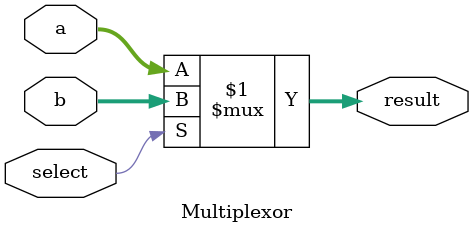
<source format=sv>
module Multiplexor (
    input logic [63:0] a,
    input logic [63:0] b,
    input logic select,
    output logic [63:0] result
);
    assign result = (select) ? b : a;
endmodule

</source>
